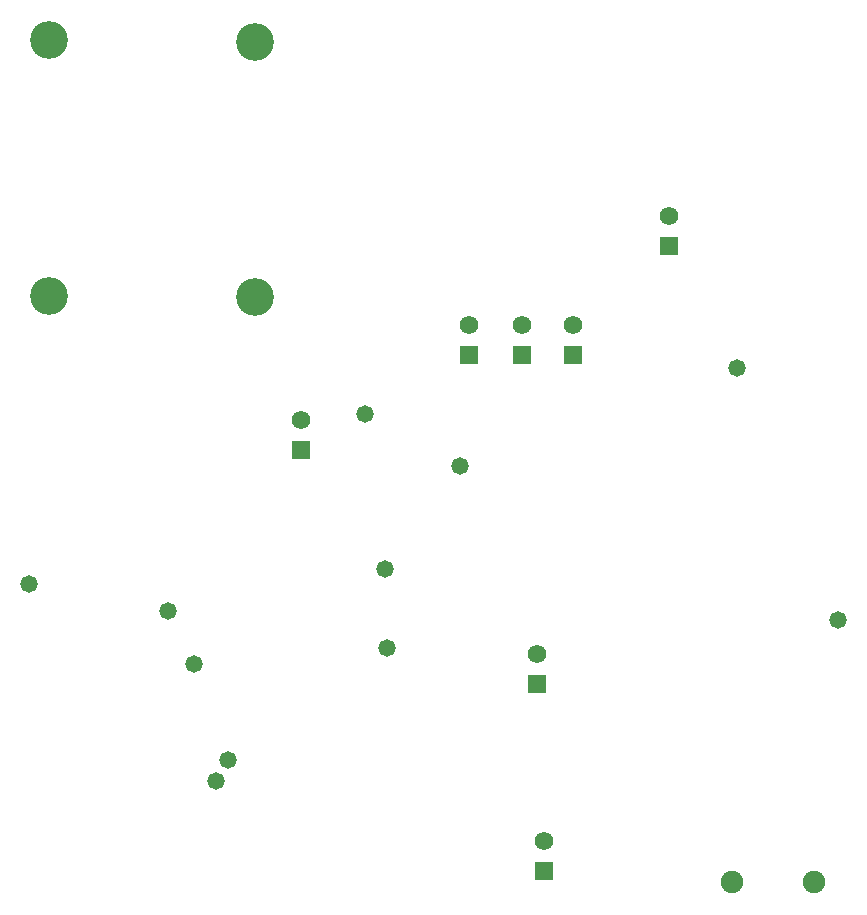
<source format=gbs>
G04*
G04 #@! TF.GenerationSoftware,Altium Limited,Altium Designer,21.5.1 (32)*
G04*
G04 Layer_Color=16711935*
%FSLAX25Y25*%
%MOIN*%
G70*
G04*
G04 #@! TF.SameCoordinates,DAD435CF-6C14-4571-BFE5-B678BFDF4ED4*
G04*
G04*
G04 #@! TF.FilePolarity,Negative*
G04*
G01*
G75*
%ADD29C,0.12611*%
%ADD30C,0.07493*%
%ADD31C,0.06181*%
%ADD32R,0.06181X0.06181*%
%ADD33C,0.05800*%
D29*
X118500Y306020D02*
D03*
Y220980D02*
D03*
X50000Y306520D02*
D03*
Y221480D02*
D03*
D30*
X305000Y26000D02*
D03*
X277441D02*
D03*
D31*
X224500Y211500D02*
D03*
X207500D02*
D03*
X190000D02*
D03*
X256500Y248000D02*
D03*
X215000Y39500D02*
D03*
X212500Y102000D02*
D03*
X134000Y180000D02*
D03*
D32*
X224500Y201500D02*
D03*
X207500D02*
D03*
X190000D02*
D03*
X256500Y238000D02*
D03*
X215000Y29500D02*
D03*
X212500Y92000D02*
D03*
X134000Y170000D02*
D03*
D33*
X89400Y116300D02*
D03*
X279200Y197400D02*
D03*
X155300Y181900D02*
D03*
X98300Y98661D02*
D03*
X161800Y130400D02*
D03*
X105500Y59800D02*
D03*
X312800Y113200D02*
D03*
X43300Y125400D02*
D03*
X187000Y164500D02*
D03*
X109559Y66718D02*
D03*
X162500Y104100D02*
D03*
M02*

</source>
